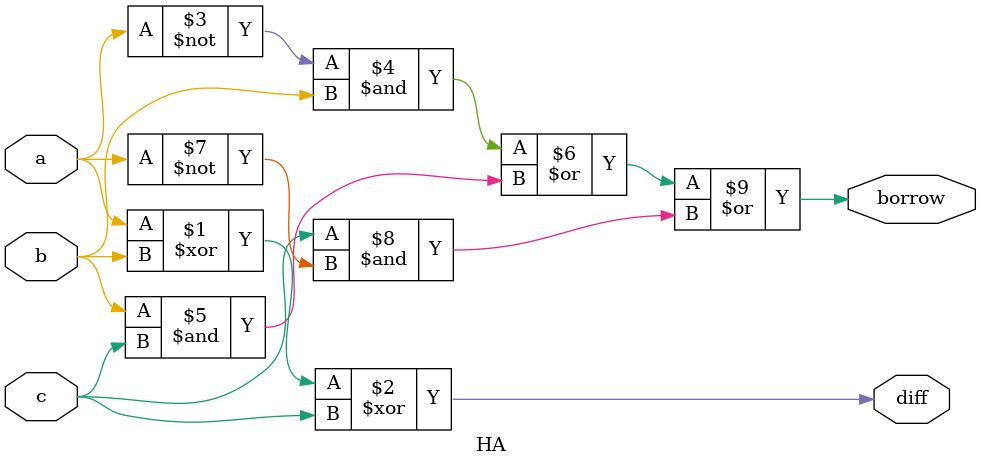
<source format=v>
`timescale 1ns / 1ps
module HA(a,b,c,diff,borrow);
input a,b,c; output diff,borrow;
assign diff=a^b^c;
assign borrow=((~a)&b)|(b&c)|(c&(~a));
endmodule

</source>
